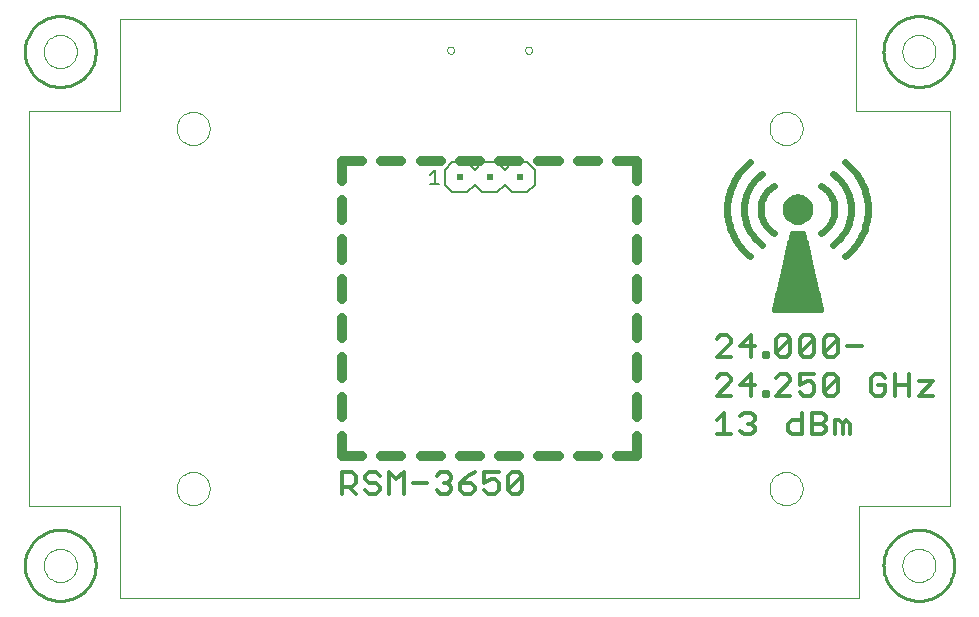
<source format=gto>
G75*
G70*
%OFA0B0*%
%FSLAX24Y24*%
%IPPOS*%
%LPD*%
%AMOC8*
5,1,8,0,0,1.08239X$1,22.5*
%
%ADD10C,0.0000*%
%ADD11C,0.0100*%
%ADD12C,0.0320*%
%ADD13C,0.0140*%
%ADD14C,0.0160*%
%ADD15C,0.0240*%
%ADD16C,0.0060*%
%ADD17C,0.0050*%
%ADD18R,0.0200X0.0200*%
D10*
X000780Y001331D02*
X000782Y001378D01*
X000788Y001424D01*
X000798Y001470D01*
X000811Y001515D01*
X000829Y001558D01*
X000850Y001600D01*
X000874Y001640D01*
X000902Y001677D01*
X000933Y001712D01*
X000967Y001745D01*
X001003Y001774D01*
X001042Y001800D01*
X001083Y001823D01*
X001126Y001842D01*
X001170Y001858D01*
X001215Y001870D01*
X001261Y001878D01*
X001308Y001882D01*
X001354Y001882D01*
X001401Y001878D01*
X001447Y001870D01*
X001492Y001858D01*
X001536Y001842D01*
X001579Y001823D01*
X001620Y001800D01*
X001659Y001774D01*
X001695Y001745D01*
X001729Y001712D01*
X001760Y001677D01*
X001788Y001640D01*
X001812Y001600D01*
X001833Y001558D01*
X001851Y001515D01*
X001864Y001470D01*
X001874Y001424D01*
X001880Y001378D01*
X001882Y001331D01*
X001880Y001284D01*
X001874Y001238D01*
X001864Y001192D01*
X001851Y001147D01*
X001833Y001104D01*
X001812Y001062D01*
X001788Y001022D01*
X001760Y000985D01*
X001729Y000950D01*
X001695Y000917D01*
X001659Y000888D01*
X001620Y000862D01*
X001579Y000839D01*
X001536Y000820D01*
X001492Y000804D01*
X001447Y000792D01*
X001401Y000784D01*
X001354Y000780D01*
X001308Y000780D01*
X001261Y000784D01*
X001215Y000792D01*
X001170Y000804D01*
X001126Y000820D01*
X001083Y000839D01*
X001042Y000862D01*
X001003Y000888D01*
X000967Y000917D01*
X000933Y000950D01*
X000902Y000985D01*
X000874Y001022D01*
X000850Y001062D01*
X000829Y001104D01*
X000811Y001147D01*
X000798Y001192D01*
X000788Y001238D01*
X000782Y001284D01*
X000780Y001331D01*
X003339Y000248D02*
X003339Y003300D01*
X000288Y003300D01*
X000288Y016489D01*
X003339Y016489D01*
X003339Y019540D01*
X027847Y019540D01*
X027847Y016489D01*
X030996Y016489D01*
X030996Y003300D01*
X027945Y003300D01*
X027945Y000248D01*
X003339Y000248D01*
X005209Y003890D02*
X005211Y003937D01*
X005217Y003983D01*
X005227Y004029D01*
X005240Y004074D01*
X005258Y004117D01*
X005279Y004159D01*
X005303Y004199D01*
X005331Y004236D01*
X005362Y004271D01*
X005396Y004304D01*
X005432Y004333D01*
X005471Y004359D01*
X005512Y004382D01*
X005555Y004401D01*
X005599Y004417D01*
X005644Y004429D01*
X005690Y004437D01*
X005737Y004441D01*
X005783Y004441D01*
X005830Y004437D01*
X005876Y004429D01*
X005921Y004417D01*
X005965Y004401D01*
X006008Y004382D01*
X006049Y004359D01*
X006088Y004333D01*
X006124Y004304D01*
X006158Y004271D01*
X006189Y004236D01*
X006217Y004199D01*
X006241Y004159D01*
X006262Y004117D01*
X006280Y004074D01*
X006293Y004029D01*
X006303Y003983D01*
X006309Y003937D01*
X006311Y003890D01*
X006309Y003843D01*
X006303Y003797D01*
X006293Y003751D01*
X006280Y003706D01*
X006262Y003663D01*
X006241Y003621D01*
X006217Y003581D01*
X006189Y003544D01*
X006158Y003509D01*
X006124Y003476D01*
X006088Y003447D01*
X006049Y003421D01*
X006008Y003398D01*
X005965Y003379D01*
X005921Y003363D01*
X005876Y003351D01*
X005830Y003343D01*
X005783Y003339D01*
X005737Y003339D01*
X005690Y003343D01*
X005644Y003351D01*
X005599Y003363D01*
X005555Y003379D01*
X005512Y003398D01*
X005471Y003421D01*
X005432Y003447D01*
X005396Y003476D01*
X005362Y003509D01*
X005331Y003544D01*
X005303Y003581D01*
X005279Y003621D01*
X005258Y003663D01*
X005240Y003706D01*
X005227Y003751D01*
X005217Y003797D01*
X005211Y003843D01*
X005209Y003890D01*
X005209Y015898D02*
X005211Y015945D01*
X005217Y015991D01*
X005227Y016037D01*
X005240Y016082D01*
X005258Y016125D01*
X005279Y016167D01*
X005303Y016207D01*
X005331Y016244D01*
X005362Y016279D01*
X005396Y016312D01*
X005432Y016341D01*
X005471Y016367D01*
X005512Y016390D01*
X005555Y016409D01*
X005599Y016425D01*
X005644Y016437D01*
X005690Y016445D01*
X005737Y016449D01*
X005783Y016449D01*
X005830Y016445D01*
X005876Y016437D01*
X005921Y016425D01*
X005965Y016409D01*
X006008Y016390D01*
X006049Y016367D01*
X006088Y016341D01*
X006124Y016312D01*
X006158Y016279D01*
X006189Y016244D01*
X006217Y016207D01*
X006241Y016167D01*
X006262Y016125D01*
X006280Y016082D01*
X006293Y016037D01*
X006303Y015991D01*
X006309Y015945D01*
X006311Y015898D01*
X006309Y015851D01*
X006303Y015805D01*
X006293Y015759D01*
X006280Y015714D01*
X006262Y015671D01*
X006241Y015629D01*
X006217Y015589D01*
X006189Y015552D01*
X006158Y015517D01*
X006124Y015484D01*
X006088Y015455D01*
X006049Y015429D01*
X006008Y015406D01*
X005965Y015387D01*
X005921Y015371D01*
X005876Y015359D01*
X005830Y015351D01*
X005783Y015347D01*
X005737Y015347D01*
X005690Y015351D01*
X005644Y015359D01*
X005599Y015371D01*
X005555Y015387D01*
X005512Y015406D01*
X005471Y015429D01*
X005432Y015455D01*
X005396Y015484D01*
X005362Y015517D01*
X005331Y015552D01*
X005303Y015589D01*
X005279Y015629D01*
X005258Y015671D01*
X005240Y015714D01*
X005227Y015759D01*
X005217Y015805D01*
X005211Y015851D01*
X005209Y015898D01*
X000780Y018457D02*
X000782Y018504D01*
X000788Y018550D01*
X000798Y018596D01*
X000811Y018641D01*
X000829Y018684D01*
X000850Y018726D01*
X000874Y018766D01*
X000902Y018803D01*
X000933Y018838D01*
X000967Y018871D01*
X001003Y018900D01*
X001042Y018926D01*
X001083Y018949D01*
X001126Y018968D01*
X001170Y018984D01*
X001215Y018996D01*
X001261Y019004D01*
X001308Y019008D01*
X001354Y019008D01*
X001401Y019004D01*
X001447Y018996D01*
X001492Y018984D01*
X001536Y018968D01*
X001579Y018949D01*
X001620Y018926D01*
X001659Y018900D01*
X001695Y018871D01*
X001729Y018838D01*
X001760Y018803D01*
X001788Y018766D01*
X001812Y018726D01*
X001833Y018684D01*
X001851Y018641D01*
X001864Y018596D01*
X001874Y018550D01*
X001880Y018504D01*
X001882Y018457D01*
X001880Y018410D01*
X001874Y018364D01*
X001864Y018318D01*
X001851Y018273D01*
X001833Y018230D01*
X001812Y018188D01*
X001788Y018148D01*
X001760Y018111D01*
X001729Y018076D01*
X001695Y018043D01*
X001659Y018014D01*
X001620Y017988D01*
X001579Y017965D01*
X001536Y017946D01*
X001492Y017930D01*
X001447Y017918D01*
X001401Y017910D01*
X001354Y017906D01*
X001308Y017906D01*
X001261Y017910D01*
X001215Y017918D01*
X001170Y017930D01*
X001126Y017946D01*
X001083Y017965D01*
X001042Y017988D01*
X001003Y018014D01*
X000967Y018043D01*
X000933Y018076D01*
X000902Y018111D01*
X000874Y018148D01*
X000850Y018188D01*
X000829Y018230D01*
X000811Y018273D01*
X000798Y018318D01*
X000788Y018364D01*
X000782Y018410D01*
X000780Y018457D01*
X014225Y018502D02*
X014227Y018523D01*
X014233Y018543D01*
X014242Y018563D01*
X014254Y018580D01*
X014269Y018594D01*
X014287Y018606D01*
X014307Y018614D01*
X014327Y018619D01*
X014348Y018620D01*
X014369Y018617D01*
X014389Y018611D01*
X014408Y018600D01*
X014425Y018587D01*
X014438Y018571D01*
X014449Y018553D01*
X014457Y018533D01*
X014461Y018513D01*
X014461Y018491D01*
X014457Y018471D01*
X014449Y018451D01*
X014438Y018433D01*
X014425Y018417D01*
X014408Y018404D01*
X014389Y018393D01*
X014369Y018387D01*
X014348Y018384D01*
X014327Y018385D01*
X014307Y018390D01*
X014287Y018398D01*
X014269Y018410D01*
X014254Y018424D01*
X014242Y018441D01*
X014233Y018461D01*
X014227Y018481D01*
X014225Y018502D01*
X016823Y018502D02*
X016825Y018523D01*
X016831Y018543D01*
X016840Y018563D01*
X016852Y018580D01*
X016867Y018594D01*
X016885Y018606D01*
X016905Y018614D01*
X016925Y018619D01*
X016946Y018620D01*
X016967Y018617D01*
X016987Y018611D01*
X017006Y018600D01*
X017023Y018587D01*
X017036Y018571D01*
X017047Y018553D01*
X017055Y018533D01*
X017059Y018513D01*
X017059Y018491D01*
X017055Y018471D01*
X017047Y018451D01*
X017036Y018433D01*
X017023Y018417D01*
X017006Y018404D01*
X016987Y018393D01*
X016967Y018387D01*
X016946Y018384D01*
X016925Y018385D01*
X016905Y018390D01*
X016885Y018398D01*
X016867Y018410D01*
X016852Y018424D01*
X016840Y018441D01*
X016831Y018461D01*
X016825Y018481D01*
X016823Y018502D01*
X024973Y015898D02*
X024975Y015945D01*
X024981Y015991D01*
X024991Y016037D01*
X025004Y016082D01*
X025022Y016125D01*
X025043Y016167D01*
X025067Y016207D01*
X025095Y016244D01*
X025126Y016279D01*
X025160Y016312D01*
X025196Y016341D01*
X025235Y016367D01*
X025276Y016390D01*
X025319Y016409D01*
X025363Y016425D01*
X025408Y016437D01*
X025454Y016445D01*
X025501Y016449D01*
X025547Y016449D01*
X025594Y016445D01*
X025640Y016437D01*
X025685Y016425D01*
X025729Y016409D01*
X025772Y016390D01*
X025813Y016367D01*
X025852Y016341D01*
X025888Y016312D01*
X025922Y016279D01*
X025953Y016244D01*
X025981Y016207D01*
X026005Y016167D01*
X026026Y016125D01*
X026044Y016082D01*
X026057Y016037D01*
X026067Y015991D01*
X026073Y015945D01*
X026075Y015898D01*
X026073Y015851D01*
X026067Y015805D01*
X026057Y015759D01*
X026044Y015714D01*
X026026Y015671D01*
X026005Y015629D01*
X025981Y015589D01*
X025953Y015552D01*
X025922Y015517D01*
X025888Y015484D01*
X025852Y015455D01*
X025813Y015429D01*
X025772Y015406D01*
X025729Y015387D01*
X025685Y015371D01*
X025640Y015359D01*
X025594Y015351D01*
X025547Y015347D01*
X025501Y015347D01*
X025454Y015351D01*
X025408Y015359D01*
X025363Y015371D01*
X025319Y015387D01*
X025276Y015406D01*
X025235Y015429D01*
X025196Y015455D01*
X025160Y015484D01*
X025126Y015517D01*
X025095Y015552D01*
X025067Y015589D01*
X025043Y015629D01*
X025022Y015671D01*
X025004Y015714D01*
X024991Y015759D01*
X024981Y015805D01*
X024975Y015851D01*
X024973Y015898D01*
X029402Y018457D02*
X029404Y018504D01*
X029410Y018550D01*
X029420Y018596D01*
X029433Y018641D01*
X029451Y018684D01*
X029472Y018726D01*
X029496Y018766D01*
X029524Y018803D01*
X029555Y018838D01*
X029589Y018871D01*
X029625Y018900D01*
X029664Y018926D01*
X029705Y018949D01*
X029748Y018968D01*
X029792Y018984D01*
X029837Y018996D01*
X029883Y019004D01*
X029930Y019008D01*
X029976Y019008D01*
X030023Y019004D01*
X030069Y018996D01*
X030114Y018984D01*
X030158Y018968D01*
X030201Y018949D01*
X030242Y018926D01*
X030281Y018900D01*
X030317Y018871D01*
X030351Y018838D01*
X030382Y018803D01*
X030410Y018766D01*
X030434Y018726D01*
X030455Y018684D01*
X030473Y018641D01*
X030486Y018596D01*
X030496Y018550D01*
X030502Y018504D01*
X030504Y018457D01*
X030502Y018410D01*
X030496Y018364D01*
X030486Y018318D01*
X030473Y018273D01*
X030455Y018230D01*
X030434Y018188D01*
X030410Y018148D01*
X030382Y018111D01*
X030351Y018076D01*
X030317Y018043D01*
X030281Y018014D01*
X030242Y017988D01*
X030201Y017965D01*
X030158Y017946D01*
X030114Y017930D01*
X030069Y017918D01*
X030023Y017910D01*
X029976Y017906D01*
X029930Y017906D01*
X029883Y017910D01*
X029837Y017918D01*
X029792Y017930D01*
X029748Y017946D01*
X029705Y017965D01*
X029664Y017988D01*
X029625Y018014D01*
X029589Y018043D01*
X029555Y018076D01*
X029524Y018111D01*
X029496Y018148D01*
X029472Y018188D01*
X029451Y018230D01*
X029433Y018273D01*
X029420Y018318D01*
X029410Y018364D01*
X029404Y018410D01*
X029402Y018457D01*
X024973Y003890D02*
X024975Y003937D01*
X024981Y003983D01*
X024991Y004029D01*
X025004Y004074D01*
X025022Y004117D01*
X025043Y004159D01*
X025067Y004199D01*
X025095Y004236D01*
X025126Y004271D01*
X025160Y004304D01*
X025196Y004333D01*
X025235Y004359D01*
X025276Y004382D01*
X025319Y004401D01*
X025363Y004417D01*
X025408Y004429D01*
X025454Y004437D01*
X025501Y004441D01*
X025547Y004441D01*
X025594Y004437D01*
X025640Y004429D01*
X025685Y004417D01*
X025729Y004401D01*
X025772Y004382D01*
X025813Y004359D01*
X025852Y004333D01*
X025888Y004304D01*
X025922Y004271D01*
X025953Y004236D01*
X025981Y004199D01*
X026005Y004159D01*
X026026Y004117D01*
X026044Y004074D01*
X026057Y004029D01*
X026067Y003983D01*
X026073Y003937D01*
X026075Y003890D01*
X026073Y003843D01*
X026067Y003797D01*
X026057Y003751D01*
X026044Y003706D01*
X026026Y003663D01*
X026005Y003621D01*
X025981Y003581D01*
X025953Y003544D01*
X025922Y003509D01*
X025888Y003476D01*
X025852Y003447D01*
X025813Y003421D01*
X025772Y003398D01*
X025729Y003379D01*
X025685Y003363D01*
X025640Y003351D01*
X025594Y003343D01*
X025547Y003339D01*
X025501Y003339D01*
X025454Y003343D01*
X025408Y003351D01*
X025363Y003363D01*
X025319Y003379D01*
X025276Y003398D01*
X025235Y003421D01*
X025196Y003447D01*
X025160Y003476D01*
X025126Y003509D01*
X025095Y003544D01*
X025067Y003581D01*
X025043Y003621D01*
X025022Y003663D01*
X025004Y003706D01*
X024991Y003751D01*
X024981Y003797D01*
X024975Y003843D01*
X024973Y003890D01*
X029402Y001331D02*
X029404Y001378D01*
X029410Y001424D01*
X029420Y001470D01*
X029433Y001515D01*
X029451Y001558D01*
X029472Y001600D01*
X029496Y001640D01*
X029524Y001677D01*
X029555Y001712D01*
X029589Y001745D01*
X029625Y001774D01*
X029664Y001800D01*
X029705Y001823D01*
X029748Y001842D01*
X029792Y001858D01*
X029837Y001870D01*
X029883Y001878D01*
X029930Y001882D01*
X029976Y001882D01*
X030023Y001878D01*
X030069Y001870D01*
X030114Y001858D01*
X030158Y001842D01*
X030201Y001823D01*
X030242Y001800D01*
X030281Y001774D01*
X030317Y001745D01*
X030351Y001712D01*
X030382Y001677D01*
X030410Y001640D01*
X030434Y001600D01*
X030455Y001558D01*
X030473Y001515D01*
X030486Y001470D01*
X030496Y001424D01*
X030502Y001378D01*
X030504Y001331D01*
X030502Y001284D01*
X030496Y001238D01*
X030486Y001192D01*
X030473Y001147D01*
X030455Y001104D01*
X030434Y001062D01*
X030410Y001022D01*
X030382Y000985D01*
X030351Y000950D01*
X030317Y000917D01*
X030281Y000888D01*
X030242Y000862D01*
X030201Y000839D01*
X030158Y000820D01*
X030114Y000804D01*
X030069Y000792D01*
X030023Y000784D01*
X029976Y000780D01*
X029930Y000780D01*
X029883Y000784D01*
X029837Y000792D01*
X029792Y000804D01*
X029748Y000820D01*
X029705Y000839D01*
X029664Y000862D01*
X029625Y000888D01*
X029589Y000917D01*
X029555Y000950D01*
X029524Y000985D01*
X029496Y001022D01*
X029472Y001062D01*
X029451Y001104D01*
X029433Y001147D01*
X029420Y001192D01*
X029410Y001238D01*
X029404Y001284D01*
X029402Y001331D01*
D11*
X000150Y001331D02*
X000152Y001400D01*
X000158Y001468D01*
X000168Y001536D01*
X000182Y001603D01*
X000200Y001670D01*
X000221Y001735D01*
X000247Y001799D01*
X000276Y001861D01*
X000308Y001921D01*
X000344Y001980D01*
X000384Y002036D01*
X000426Y002090D01*
X000472Y002141D01*
X000521Y002190D01*
X000572Y002236D01*
X000626Y002278D01*
X000682Y002318D01*
X000740Y002354D01*
X000801Y002386D01*
X000863Y002415D01*
X000927Y002441D01*
X000992Y002462D01*
X001059Y002480D01*
X001126Y002494D01*
X001194Y002504D01*
X001262Y002510D01*
X001331Y002512D01*
X001400Y002510D01*
X001468Y002504D01*
X001536Y002494D01*
X001603Y002480D01*
X001670Y002462D01*
X001735Y002441D01*
X001799Y002415D01*
X001861Y002386D01*
X001921Y002354D01*
X001980Y002318D01*
X002036Y002278D01*
X002090Y002236D01*
X002141Y002190D01*
X002190Y002141D01*
X002236Y002090D01*
X002278Y002036D01*
X002318Y001980D01*
X002354Y001921D01*
X002386Y001861D01*
X002415Y001799D01*
X002441Y001735D01*
X002462Y001670D01*
X002480Y001603D01*
X002494Y001536D01*
X002504Y001468D01*
X002510Y001400D01*
X002512Y001331D01*
X002510Y001262D01*
X002504Y001194D01*
X002494Y001126D01*
X002480Y001059D01*
X002462Y000992D01*
X002441Y000927D01*
X002415Y000863D01*
X002386Y000801D01*
X002354Y000740D01*
X002318Y000682D01*
X002278Y000626D01*
X002236Y000572D01*
X002190Y000521D01*
X002141Y000472D01*
X002090Y000426D01*
X002036Y000384D01*
X001980Y000344D01*
X001922Y000308D01*
X001861Y000276D01*
X001799Y000247D01*
X001735Y000221D01*
X001670Y000200D01*
X001603Y000182D01*
X001536Y000168D01*
X001468Y000158D01*
X001400Y000152D01*
X001331Y000150D01*
X001262Y000152D01*
X001194Y000158D01*
X001126Y000168D01*
X001059Y000182D01*
X000992Y000200D01*
X000927Y000221D01*
X000863Y000247D01*
X000801Y000276D01*
X000740Y000308D01*
X000682Y000344D01*
X000626Y000384D01*
X000572Y000426D01*
X000521Y000472D01*
X000472Y000521D01*
X000426Y000572D01*
X000384Y000626D01*
X000344Y000682D01*
X000308Y000740D01*
X000276Y000801D01*
X000247Y000863D01*
X000221Y000927D01*
X000200Y000992D01*
X000182Y001059D01*
X000168Y001126D01*
X000158Y001194D01*
X000152Y001262D01*
X000150Y001331D01*
X000150Y018457D02*
X000152Y018526D01*
X000158Y018594D01*
X000168Y018662D01*
X000182Y018729D01*
X000200Y018796D01*
X000221Y018861D01*
X000247Y018925D01*
X000276Y018987D01*
X000308Y019047D01*
X000344Y019106D01*
X000384Y019162D01*
X000426Y019216D01*
X000472Y019267D01*
X000521Y019316D01*
X000572Y019362D01*
X000626Y019404D01*
X000682Y019444D01*
X000740Y019480D01*
X000801Y019512D01*
X000863Y019541D01*
X000927Y019567D01*
X000992Y019588D01*
X001059Y019606D01*
X001126Y019620D01*
X001194Y019630D01*
X001262Y019636D01*
X001331Y019638D01*
X001400Y019636D01*
X001468Y019630D01*
X001536Y019620D01*
X001603Y019606D01*
X001670Y019588D01*
X001735Y019567D01*
X001799Y019541D01*
X001861Y019512D01*
X001921Y019480D01*
X001980Y019444D01*
X002036Y019404D01*
X002090Y019362D01*
X002141Y019316D01*
X002190Y019267D01*
X002236Y019216D01*
X002278Y019162D01*
X002318Y019106D01*
X002354Y019047D01*
X002386Y018987D01*
X002415Y018925D01*
X002441Y018861D01*
X002462Y018796D01*
X002480Y018729D01*
X002494Y018662D01*
X002504Y018594D01*
X002510Y018526D01*
X002512Y018457D01*
X002510Y018388D01*
X002504Y018320D01*
X002494Y018252D01*
X002480Y018185D01*
X002462Y018118D01*
X002441Y018053D01*
X002415Y017989D01*
X002386Y017927D01*
X002354Y017866D01*
X002318Y017808D01*
X002278Y017752D01*
X002236Y017698D01*
X002190Y017647D01*
X002141Y017598D01*
X002090Y017552D01*
X002036Y017510D01*
X001980Y017470D01*
X001922Y017434D01*
X001861Y017402D01*
X001799Y017373D01*
X001735Y017347D01*
X001670Y017326D01*
X001603Y017308D01*
X001536Y017294D01*
X001468Y017284D01*
X001400Y017278D01*
X001331Y017276D01*
X001262Y017278D01*
X001194Y017284D01*
X001126Y017294D01*
X001059Y017308D01*
X000992Y017326D01*
X000927Y017347D01*
X000863Y017373D01*
X000801Y017402D01*
X000740Y017434D01*
X000682Y017470D01*
X000626Y017510D01*
X000572Y017552D01*
X000521Y017598D01*
X000472Y017647D01*
X000426Y017698D01*
X000384Y017752D01*
X000344Y017808D01*
X000308Y017866D01*
X000276Y017927D01*
X000247Y017989D01*
X000221Y018053D01*
X000200Y018118D01*
X000182Y018185D01*
X000168Y018252D01*
X000158Y018320D01*
X000152Y018388D01*
X000150Y018457D01*
X028772Y018457D02*
X028774Y018526D01*
X028780Y018594D01*
X028790Y018662D01*
X028804Y018729D01*
X028822Y018796D01*
X028843Y018861D01*
X028869Y018925D01*
X028898Y018987D01*
X028930Y019047D01*
X028966Y019106D01*
X029006Y019162D01*
X029048Y019216D01*
X029094Y019267D01*
X029143Y019316D01*
X029194Y019362D01*
X029248Y019404D01*
X029304Y019444D01*
X029362Y019480D01*
X029423Y019512D01*
X029485Y019541D01*
X029549Y019567D01*
X029614Y019588D01*
X029681Y019606D01*
X029748Y019620D01*
X029816Y019630D01*
X029884Y019636D01*
X029953Y019638D01*
X030022Y019636D01*
X030090Y019630D01*
X030158Y019620D01*
X030225Y019606D01*
X030292Y019588D01*
X030357Y019567D01*
X030421Y019541D01*
X030483Y019512D01*
X030543Y019480D01*
X030602Y019444D01*
X030658Y019404D01*
X030712Y019362D01*
X030763Y019316D01*
X030812Y019267D01*
X030858Y019216D01*
X030900Y019162D01*
X030940Y019106D01*
X030976Y019047D01*
X031008Y018987D01*
X031037Y018925D01*
X031063Y018861D01*
X031084Y018796D01*
X031102Y018729D01*
X031116Y018662D01*
X031126Y018594D01*
X031132Y018526D01*
X031134Y018457D01*
X031132Y018388D01*
X031126Y018320D01*
X031116Y018252D01*
X031102Y018185D01*
X031084Y018118D01*
X031063Y018053D01*
X031037Y017989D01*
X031008Y017927D01*
X030976Y017866D01*
X030940Y017808D01*
X030900Y017752D01*
X030858Y017698D01*
X030812Y017647D01*
X030763Y017598D01*
X030712Y017552D01*
X030658Y017510D01*
X030602Y017470D01*
X030544Y017434D01*
X030483Y017402D01*
X030421Y017373D01*
X030357Y017347D01*
X030292Y017326D01*
X030225Y017308D01*
X030158Y017294D01*
X030090Y017284D01*
X030022Y017278D01*
X029953Y017276D01*
X029884Y017278D01*
X029816Y017284D01*
X029748Y017294D01*
X029681Y017308D01*
X029614Y017326D01*
X029549Y017347D01*
X029485Y017373D01*
X029423Y017402D01*
X029362Y017434D01*
X029304Y017470D01*
X029248Y017510D01*
X029194Y017552D01*
X029143Y017598D01*
X029094Y017647D01*
X029048Y017698D01*
X029006Y017752D01*
X028966Y017808D01*
X028930Y017866D01*
X028898Y017927D01*
X028869Y017989D01*
X028843Y018053D01*
X028822Y018118D01*
X028804Y018185D01*
X028790Y018252D01*
X028780Y018320D01*
X028774Y018388D01*
X028772Y018457D01*
X028772Y001331D02*
X028774Y001400D01*
X028780Y001468D01*
X028790Y001536D01*
X028804Y001603D01*
X028822Y001670D01*
X028843Y001735D01*
X028869Y001799D01*
X028898Y001861D01*
X028930Y001921D01*
X028966Y001980D01*
X029006Y002036D01*
X029048Y002090D01*
X029094Y002141D01*
X029143Y002190D01*
X029194Y002236D01*
X029248Y002278D01*
X029304Y002318D01*
X029362Y002354D01*
X029423Y002386D01*
X029485Y002415D01*
X029549Y002441D01*
X029614Y002462D01*
X029681Y002480D01*
X029748Y002494D01*
X029816Y002504D01*
X029884Y002510D01*
X029953Y002512D01*
X030022Y002510D01*
X030090Y002504D01*
X030158Y002494D01*
X030225Y002480D01*
X030292Y002462D01*
X030357Y002441D01*
X030421Y002415D01*
X030483Y002386D01*
X030543Y002354D01*
X030602Y002318D01*
X030658Y002278D01*
X030712Y002236D01*
X030763Y002190D01*
X030812Y002141D01*
X030858Y002090D01*
X030900Y002036D01*
X030940Y001980D01*
X030976Y001921D01*
X031008Y001861D01*
X031037Y001799D01*
X031063Y001735D01*
X031084Y001670D01*
X031102Y001603D01*
X031116Y001536D01*
X031126Y001468D01*
X031132Y001400D01*
X031134Y001331D01*
X031132Y001262D01*
X031126Y001194D01*
X031116Y001126D01*
X031102Y001059D01*
X031084Y000992D01*
X031063Y000927D01*
X031037Y000863D01*
X031008Y000801D01*
X030976Y000740D01*
X030940Y000682D01*
X030900Y000626D01*
X030858Y000572D01*
X030812Y000521D01*
X030763Y000472D01*
X030712Y000426D01*
X030658Y000384D01*
X030602Y000344D01*
X030544Y000308D01*
X030483Y000276D01*
X030421Y000247D01*
X030357Y000221D01*
X030292Y000200D01*
X030225Y000182D01*
X030158Y000168D01*
X030090Y000158D01*
X030022Y000152D01*
X029953Y000150D01*
X029884Y000152D01*
X029816Y000158D01*
X029748Y000168D01*
X029681Y000182D01*
X029614Y000200D01*
X029549Y000221D01*
X029485Y000247D01*
X029423Y000276D01*
X029362Y000308D01*
X029304Y000344D01*
X029248Y000384D01*
X029194Y000426D01*
X029143Y000472D01*
X029094Y000521D01*
X029048Y000572D01*
X029006Y000626D01*
X028966Y000682D01*
X028930Y000740D01*
X028898Y000801D01*
X028869Y000863D01*
X028843Y000927D01*
X028822Y000992D01*
X028804Y001059D01*
X028790Y001126D01*
X028780Y001194D01*
X028774Y001262D01*
X028772Y001331D01*
D12*
X020563Y004973D02*
X020563Y005643D01*
X020563Y006283D02*
X020563Y006953D01*
X020563Y007593D02*
X020563Y008264D01*
X020563Y008904D02*
X020563Y009574D01*
X020563Y010214D02*
X020563Y010884D01*
X020563Y011524D02*
X020563Y012195D01*
X020563Y012835D02*
X020563Y013505D01*
X020563Y014145D02*
X020563Y014815D01*
X019893Y014815D01*
X019253Y014815D02*
X018583Y014815D01*
X017943Y014815D02*
X017272Y014815D01*
X016632Y014815D02*
X015962Y014815D01*
X015322Y014815D02*
X014652Y014815D01*
X014012Y014815D02*
X013341Y014815D01*
X012701Y014815D02*
X012031Y014815D01*
X011391Y014815D02*
X010721Y014815D01*
X010721Y014145D01*
X010721Y013505D02*
X010721Y012835D01*
X010721Y012195D02*
X010721Y011524D01*
X010721Y010884D02*
X010721Y010214D01*
X010721Y009574D02*
X010721Y008904D01*
X010721Y008264D02*
X010721Y007593D01*
X010721Y006953D02*
X010721Y006283D01*
X010721Y005643D02*
X010721Y004973D01*
X011391Y004973D01*
X012031Y004973D02*
X012701Y004973D01*
X013341Y004973D02*
X014012Y004973D01*
X014652Y004973D02*
X015322Y004973D01*
X015962Y004973D02*
X016632Y004973D01*
X017272Y004973D02*
X017943Y004973D01*
X018583Y004973D02*
X019253Y004973D01*
X019893Y004973D02*
X020563Y004973D01*
D13*
X023210Y005698D02*
X023691Y005698D01*
X023450Y005698D02*
X023450Y006419D01*
X023210Y006179D01*
X024002Y006299D02*
X024122Y006419D01*
X024362Y006419D01*
X024482Y006299D01*
X024482Y006179D01*
X024362Y006059D01*
X024482Y005939D01*
X024482Y005818D01*
X024362Y005698D01*
X024122Y005698D01*
X024002Y005818D01*
X024242Y006059D02*
X024362Y006059D01*
X025586Y006059D02*
X025586Y005818D01*
X025706Y005698D01*
X026066Y005698D01*
X026066Y006419D01*
X026066Y006179D02*
X025706Y006179D01*
X025586Y006059D01*
X026378Y006059D02*
X026738Y006059D01*
X026858Y005939D01*
X026858Y005818D01*
X026738Y005698D01*
X026378Y005698D01*
X026378Y006419D01*
X026738Y006419D01*
X026858Y006299D01*
X026858Y006179D01*
X026738Y006059D01*
X027170Y006179D02*
X027290Y006179D01*
X027410Y006059D01*
X027530Y006179D01*
X027650Y006059D01*
X027650Y005698D01*
X027410Y005698D02*
X027410Y006059D01*
X027170Y006179D02*
X027170Y005698D01*
X027134Y006988D02*
X026894Y006988D01*
X026774Y007108D01*
X027254Y007589D01*
X027254Y007108D01*
X027134Y006988D01*
X026774Y007108D02*
X026774Y007589D01*
X026894Y007709D01*
X027134Y007709D01*
X027254Y007589D01*
X027134Y008278D02*
X026894Y008278D01*
X026774Y008398D01*
X027254Y008879D01*
X027254Y008398D01*
X027134Y008278D01*
X026774Y008398D02*
X026774Y008879D01*
X026894Y008999D01*
X027134Y008999D01*
X027254Y008879D01*
X027565Y008639D02*
X028046Y008639D01*
X028477Y007709D02*
X028357Y007589D01*
X028357Y007108D01*
X028477Y006988D01*
X028718Y006988D01*
X028838Y007108D01*
X028838Y007349D01*
X028598Y007349D01*
X028838Y007589D02*
X028718Y007709D01*
X028477Y007709D01*
X029149Y007709D02*
X029149Y006988D01*
X029630Y006988D02*
X029630Y007709D01*
X029630Y007349D02*
X029149Y007349D01*
X029941Y007469D02*
X030422Y007469D01*
X029941Y006988D01*
X030422Y006988D01*
X026462Y007108D02*
X026342Y006988D01*
X026102Y006988D01*
X025982Y007108D01*
X025670Y006988D02*
X025190Y006988D01*
X025670Y007469D01*
X025670Y007589D01*
X025550Y007709D01*
X025310Y007709D01*
X025190Y007589D01*
X024482Y007349D02*
X024002Y007349D01*
X024362Y007709D01*
X024362Y006988D01*
X024794Y006988D02*
X024914Y006988D01*
X024914Y007108D01*
X024794Y007108D01*
X024794Y006988D01*
X023691Y006988D02*
X023210Y006988D01*
X023691Y007469D01*
X023691Y007589D01*
X023570Y007709D01*
X023330Y007709D01*
X023210Y007589D01*
X023210Y008278D02*
X023691Y008759D01*
X023691Y008879D01*
X023570Y008999D01*
X023330Y008999D01*
X023210Y008879D01*
X024002Y008639D02*
X024482Y008639D01*
X024794Y008398D02*
X024914Y008398D01*
X024914Y008278D01*
X024794Y008278D01*
X024794Y008398D01*
X025190Y008398D02*
X025310Y008278D01*
X025550Y008278D01*
X025670Y008398D01*
X025670Y008879D01*
X025190Y008398D01*
X025190Y008879D01*
X025310Y008999D01*
X025550Y008999D01*
X025670Y008879D01*
X025982Y008879D02*
X026102Y008999D01*
X026342Y008999D01*
X026462Y008879D01*
X025982Y008398D01*
X026102Y008278D01*
X026342Y008278D01*
X026462Y008398D01*
X026462Y008879D01*
X025982Y008879D02*
X025982Y008398D01*
X025982Y007709D02*
X025982Y007349D01*
X026222Y007469D01*
X026342Y007469D01*
X026462Y007349D01*
X026462Y007108D01*
X026462Y007709D02*
X025982Y007709D01*
X024362Y008278D02*
X024362Y008999D01*
X024002Y008639D01*
X023691Y008278D02*
X023210Y008278D01*
X016736Y004315D02*
X016255Y003834D01*
X016375Y003714D01*
X016616Y003714D01*
X016736Y003834D01*
X016736Y004315D01*
X016616Y004435D01*
X016375Y004435D01*
X016255Y004315D01*
X016255Y003834D01*
X015944Y003834D02*
X015824Y003714D01*
X015583Y003714D01*
X015463Y003834D01*
X015463Y004074D02*
X015704Y004195D01*
X015824Y004195D01*
X015944Y004074D01*
X015944Y003834D01*
X015463Y004074D02*
X015463Y004435D01*
X015944Y004435D01*
X015152Y004435D02*
X014912Y004315D01*
X014672Y004074D01*
X015032Y004074D01*
X015152Y003954D01*
X015152Y003834D01*
X015032Y003714D01*
X014792Y003714D01*
X014672Y003834D01*
X014672Y004074D01*
X014360Y003954D02*
X014360Y003834D01*
X014240Y003714D01*
X014000Y003714D01*
X013880Y003834D01*
X014120Y004074D02*
X014240Y004074D01*
X014360Y003954D01*
X014240Y004074D02*
X014360Y004195D01*
X014360Y004315D01*
X014240Y004435D01*
X014000Y004435D01*
X013880Y004315D01*
X013568Y004074D02*
X013088Y004074D01*
X012776Y004435D02*
X012536Y004195D01*
X012296Y004435D01*
X012296Y003714D01*
X011984Y003834D02*
X011864Y003714D01*
X011624Y003714D01*
X011504Y003834D01*
X011624Y004074D02*
X011864Y004074D01*
X011984Y003954D01*
X011984Y003834D01*
X011624Y004074D02*
X011504Y004195D01*
X011504Y004315D01*
X011624Y004435D01*
X011864Y004435D01*
X011984Y004315D01*
X012776Y004435D02*
X012776Y003714D01*
X011193Y003714D02*
X010952Y003954D01*
X011072Y003954D02*
X010712Y003954D01*
X010712Y003714D02*
X010712Y004435D01*
X011072Y004435D01*
X011193Y004315D01*
X011193Y004074D01*
X011072Y003954D01*
D14*
X025119Y009857D02*
X026693Y009857D01*
X026103Y012416D01*
X025709Y012416D01*
X025119Y009857D01*
X025127Y009894D02*
X026685Y009894D01*
X026648Y010053D02*
X025164Y010053D01*
X025200Y010211D02*
X026612Y010211D01*
X026575Y010370D02*
X025237Y010370D01*
X025273Y010528D02*
X026538Y010528D01*
X026502Y010687D02*
X025310Y010687D01*
X025347Y010845D02*
X026465Y010845D01*
X026429Y011004D02*
X025383Y011004D01*
X025420Y011162D02*
X026392Y011162D01*
X026355Y011321D02*
X025456Y011321D01*
X025493Y011479D02*
X026319Y011479D01*
X026282Y011638D02*
X025529Y011638D01*
X025566Y011796D02*
X026246Y011796D01*
X026209Y011955D02*
X025603Y011955D01*
X025639Y012113D02*
X026173Y012113D01*
X026136Y012272D02*
X025676Y012272D01*
D15*
X025838Y012815D02*
X025906Y012809D01*
X025974Y012815D01*
X026041Y012833D01*
X026103Y012862D01*
X026159Y012902D01*
X026207Y012950D01*
X026247Y013006D01*
X026276Y013068D01*
X026294Y013135D01*
X026300Y013203D01*
X026294Y013272D01*
X026276Y013338D01*
X026247Y013400D01*
X026207Y013456D01*
X026159Y013505D01*
X026103Y013544D01*
X026041Y013573D01*
X025974Y013591D01*
X025906Y013597D01*
X025838Y013591D01*
X025771Y013573D01*
X025709Y013544D01*
X025653Y013505D01*
X025604Y013456D01*
X025565Y013400D01*
X025536Y013338D01*
X025518Y013272D01*
X025512Y013203D01*
X025518Y013135D01*
X025536Y013068D01*
X025565Y013006D01*
X025604Y012950D01*
X025653Y012902D01*
X025709Y012862D01*
X025771Y012833D01*
X025838Y012815D01*
X025573Y012995D02*
X026239Y012995D01*
X027086Y012022D02*
X027146Y012067D01*
X027203Y012115D01*
X027258Y012166D01*
X027310Y012219D01*
X027359Y012275D01*
X027405Y012334D01*
X027448Y012395D01*
X027488Y012458D01*
X027525Y012523D01*
X027558Y012589D01*
X027588Y012658D01*
X027614Y012727D01*
X027636Y012798D01*
X027655Y012870D01*
X027671Y012943D01*
X027682Y013017D01*
X027690Y013091D01*
X027694Y013166D01*
X027694Y013240D01*
X027690Y013315D01*
X027682Y013389D01*
X027671Y013463D01*
X027655Y013536D01*
X027636Y013608D01*
X027614Y013679D01*
X027588Y013748D01*
X027558Y013817D01*
X027525Y013883D01*
X027488Y013948D01*
X027448Y014011D01*
X027405Y014072D01*
X027359Y014131D01*
X027310Y014187D01*
X027258Y014240D01*
X027203Y014291D01*
X027146Y014339D01*
X027086Y014384D01*
X026192Y013472D02*
X025620Y013472D01*
X025515Y013233D02*
X026297Y013233D01*
X027481Y014778D02*
X027555Y014717D01*
X027626Y014653D01*
X027694Y014586D01*
X027758Y014516D01*
X027819Y014442D01*
X027877Y014366D01*
X027931Y014287D01*
X027981Y014206D01*
X028027Y014122D01*
X028069Y014036D01*
X028106Y013949D01*
X028140Y013859D01*
X028169Y013768D01*
X028194Y013676D01*
X028215Y013583D01*
X028230Y013489D01*
X028242Y013394D01*
X028249Y013298D01*
X028251Y013203D01*
X028249Y013108D01*
X028242Y013012D01*
X028230Y012917D01*
X028215Y012823D01*
X028194Y012730D01*
X028169Y012638D01*
X028140Y012547D01*
X028106Y012457D01*
X028069Y012370D01*
X028027Y012284D01*
X027981Y012200D01*
X027931Y012119D01*
X027877Y012040D01*
X027819Y011964D01*
X027758Y011890D01*
X027694Y011820D01*
X027626Y011753D01*
X027555Y011689D01*
X027481Y011628D01*
X026693Y012416D02*
X026743Y012448D01*
X026791Y012483D01*
X026836Y012521D01*
X026878Y012562D01*
X026918Y012606D01*
X026955Y012652D01*
X026989Y012700D01*
X027020Y012751D01*
X027047Y012803D01*
X027071Y012857D01*
X027092Y012912D01*
X027109Y012969D01*
X027122Y013027D01*
X027131Y013085D01*
X027137Y013144D01*
X027139Y013203D01*
X027137Y013262D01*
X027131Y013321D01*
X027122Y013379D01*
X027109Y013437D01*
X027092Y013494D01*
X027071Y013549D01*
X027047Y013603D01*
X027020Y013655D01*
X026989Y013706D01*
X026955Y013754D01*
X026918Y013800D01*
X026878Y013844D01*
X026836Y013885D01*
X026791Y013923D01*
X026743Y013958D01*
X026693Y013990D01*
X025119Y013990D02*
X025069Y013958D01*
X025021Y013923D01*
X024976Y013885D01*
X024934Y013844D01*
X024894Y013800D01*
X024857Y013754D01*
X024823Y013706D01*
X024792Y013655D01*
X024765Y013603D01*
X024741Y013549D01*
X024720Y013494D01*
X024703Y013437D01*
X024690Y013379D01*
X024681Y013321D01*
X024675Y013262D01*
X024673Y013203D01*
X024675Y013144D01*
X024681Y013085D01*
X024690Y013027D01*
X024703Y012969D01*
X024720Y012912D01*
X024741Y012857D01*
X024765Y012803D01*
X024792Y012751D01*
X024823Y012700D01*
X024857Y012652D01*
X024894Y012606D01*
X024934Y012562D01*
X024976Y012521D01*
X025021Y012483D01*
X025069Y012448D01*
X025119Y012416D01*
X024331Y011628D02*
X024257Y011689D01*
X024186Y011753D01*
X024118Y011820D01*
X024054Y011890D01*
X023993Y011964D01*
X023935Y012040D01*
X023881Y012119D01*
X023831Y012200D01*
X023785Y012284D01*
X023743Y012370D01*
X023706Y012457D01*
X023672Y012547D01*
X023643Y012638D01*
X023618Y012730D01*
X023597Y012823D01*
X023582Y012917D01*
X023570Y013012D01*
X023563Y013108D01*
X023561Y013203D01*
X023563Y013298D01*
X023570Y013394D01*
X023582Y013489D01*
X023597Y013583D01*
X023618Y013676D01*
X023643Y013768D01*
X023672Y013859D01*
X023706Y013949D01*
X023743Y014036D01*
X023785Y014122D01*
X023831Y014206D01*
X023881Y014287D01*
X023935Y014366D01*
X023993Y014442D01*
X024054Y014516D01*
X024118Y014586D01*
X024186Y014653D01*
X024257Y014717D01*
X024331Y014778D01*
X024725Y014384D02*
X024665Y014339D01*
X024608Y014291D01*
X024553Y014240D01*
X024501Y014187D01*
X024452Y014131D01*
X024406Y014072D01*
X024363Y014011D01*
X024323Y013948D01*
X024286Y013883D01*
X024253Y013817D01*
X024223Y013748D01*
X024197Y013679D01*
X024175Y013608D01*
X024156Y013536D01*
X024140Y013463D01*
X024129Y013389D01*
X024121Y013315D01*
X024117Y013240D01*
X024117Y013166D01*
X024121Y013091D01*
X024129Y013017D01*
X024140Y012943D01*
X024156Y012870D01*
X024175Y012798D01*
X024197Y012727D01*
X024223Y012658D01*
X024253Y012589D01*
X024286Y012523D01*
X024323Y012458D01*
X024363Y012395D01*
X024406Y012334D01*
X024452Y012275D01*
X024501Y012219D01*
X024553Y012166D01*
X024608Y012115D01*
X024665Y012067D01*
X024725Y012022D01*
D16*
X017142Y014019D02*
X017142Y014519D01*
X016892Y014769D01*
X016392Y014769D01*
X016142Y014519D01*
X015892Y014769D01*
X015392Y014769D01*
X015142Y014519D01*
X014892Y014769D01*
X014392Y014769D01*
X014142Y014519D01*
X014142Y014019D01*
X014392Y013769D01*
X014892Y013769D01*
X015142Y014019D01*
X015392Y013769D01*
X015892Y013769D01*
X016142Y014019D01*
X016392Y013769D01*
X016892Y013769D01*
X017142Y014019D01*
D17*
X013967Y014044D02*
X013667Y014044D01*
X013817Y014044D02*
X013817Y014494D01*
X013667Y014344D01*
D18*
X014642Y014269D03*
X015642Y014269D03*
X016642Y014269D03*
M02*

</source>
